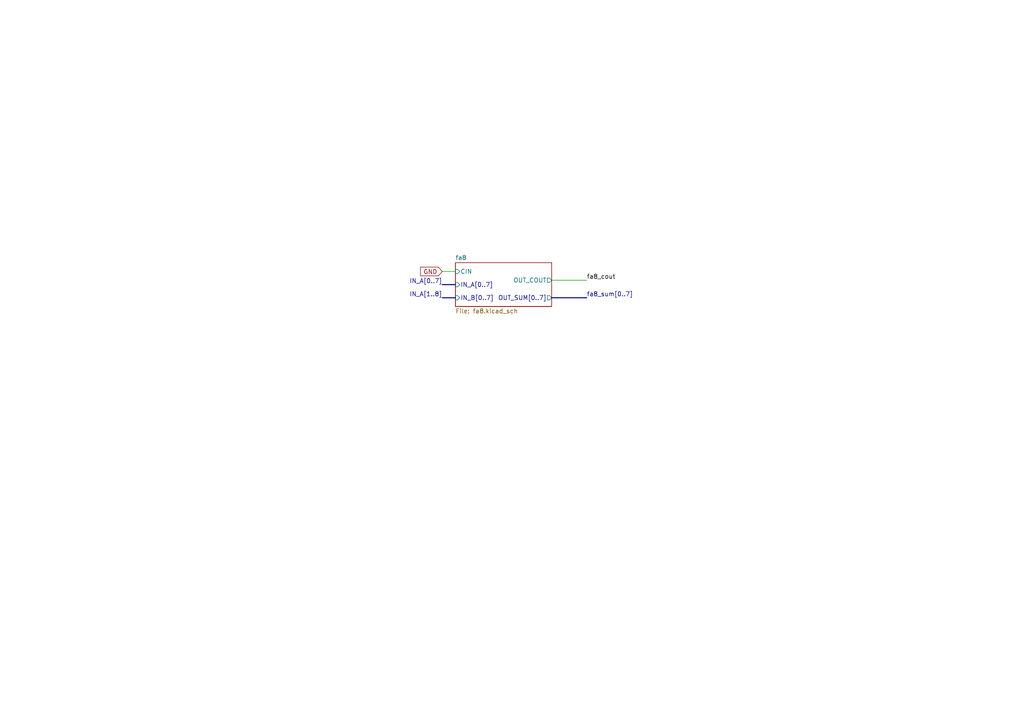
<source format=kicad_sch>
(kicad_sch
	(version 20250114)
	(generator "eeschema")
	(generator_version "9.0")
	(uuid "744d647a-fa0e-49be-9c44-50452091c7d5")
	(paper "A4")
	(lib_symbols)
	(bus
		(pts
			(xy 160.02 86.36) (xy 170.18 86.36)
		)
		(stroke
			(width 0)
			(type default)
		)
		(uuid "4090b87f-456c-4017-8c43-38432f47516a")
	)
	(bus
		(pts
			(xy 128.27 86.36) (xy 132.08 86.36)
		)
		(stroke
			(width 0)
			(type default)
		)
		(uuid "5baac15f-f3fa-4024-9f8b-266e1953bba3")
	)
	(wire
		(pts
			(xy 128.27 78.74) (xy 132.08 78.74)
		)
		(stroke
			(width 0)
			(type default)
		)
		(uuid "6204d2e3-0721-403a-823c-6f89375d971c")
	)
	(bus
		(pts
			(xy 128.27 82.55) (xy 132.08 82.55)
		)
		(stroke
			(width 0)
			(type default)
		)
		(uuid "78b82f7d-1fd4-44e0-9c02-b2b46404824e")
	)
	(wire
		(pts
			(xy 160.02 81.28) (xy 170.18 81.28)
		)
		(stroke
			(width 0)
			(type default)
		)
		(uuid "e8b55acd-b692-4325-9b4e-4adaab76edaf")
	)
	(label "IN_A[0..7]"
		(at 128.27 82.55 180)
		(effects
			(font
				(size 1.27 1.27)
			)
			(justify right bottom)
		)
		(uuid "91b6fc10-264f-4217-9260-8d02da14786b")
	)
	(label "IN_A[1..8]"
		(at 128.27 86.36 180)
		(effects
			(font
				(size 1.27 1.27)
			)
			(justify right bottom)
		)
		(uuid "ac85a234-0200-44a8-8689-3a821e07a390")
	)
	(label "fa8_sum[0..7]"
		(at 170.18 86.36 0)
		(effects
			(font
				(size 1.27 1.27)
			)
			(justify left bottom)
		)
		(uuid "c19363f6-fa5e-4838-8979-08d341aac4f5")
	)
	(label "fa8_cout"
		(at 170.18 81.28 0)
		(effects
			(font
				(size 1.27 1.27)
			)
			(justify left bottom)
		)
		(uuid "d4878447-8008-4967-9ebd-8a7bd63774f6")
	)
	(global_label "GND"
		(shape input)
		(at 128.27 78.74 180)
		(fields_autoplaced yes)
		(effects
			(font
				(size 1.27 1.27)
			)
			(justify right)
		)
		(uuid "c718c721-3033-40b3-9bb9-98c838b774b7")
		(property "Intersheetrefs" "${INTERSHEET_REFS}"
			(at 121.4143 78.74 0)
			(effects
				(font
					(size 1.27 1.27)
				)
				(justify right)
				(hide yes)
			)
		)
	)
	(sheet
		(at 132.08 76.2)
		(size 27.94 12.7)
		(exclude_from_sim no)
		(in_bom yes)
		(on_board yes)
		(dnp no)
		(fields_autoplaced yes)
		(stroke
			(width 0.1524)
			(type solid)
		)
		(fill
			(color 0 0 0 0.0000)
		)
		(uuid "d7077eab-831e-4201-b4eb-d4323af41b78")
		(property "Sheetname" "fa8"
			(at 132.08 75.4884 0)
			(effects
				(font
					(size 1.27 1.27)
				)
				(justify left bottom)
			)
		)
		(property "Sheetfile" "fa8.kicad_sch"
			(at 132.08 89.4846 0)
			(effects
				(font
					(size 1.27 1.27)
				)
				(justify left top)
			)
		)
		(pin "CIN" input
			(at 132.08 78.74 180)
			(uuid "6813cbd9-bb99-434c-855c-5d3a082e5549")
			(effects
				(font
					(size 1.27 1.27)
				)
				(justify left)
			)
		)
		(pin "IN_A[0..7]" input
			(at 132.08 82.55 180)
			(uuid "06811a82-798f-4d7f-94a8-2d9fbcf6acb5")
			(effects
				(font
					(size 1.27 1.27)
				)
				(justify left)
			)
		)
		(pin "IN_B[0..7]" input
			(at 132.08 86.36 180)
			(uuid "497382ae-b413-442b-96ba-13613f63f31e")
			(effects
				(font
					(size 1.27 1.27)
				)
				(justify left)
			)
		)
		(pin "OUT_COUT" output
			(at 160.02 81.28 0)
			(uuid "7ed6661f-3d06-4243-824c-8db5bb2c7eed")
			(effects
				(font
					(size 1.27 1.27)
				)
				(justify right)
			)
		)
		(pin "OUT_SUM[0..7]" output
			(at 160.02 86.36 0)
			(uuid "3a6b6f40-e207-4018-acb6-08c2d6a5c7d8")
			(effects
				(font
					(size 1.27 1.27)
				)
				(justify right)
			)
		)
		(instances
			(project "ICD24_FA"
				(path "/b041be17-3693-4432-854e-c071e14fa049/974cf625-ee9e-4334-93f0-d464f8226994"
					(page "67")
				)
			)
		)
	)
)

</source>
